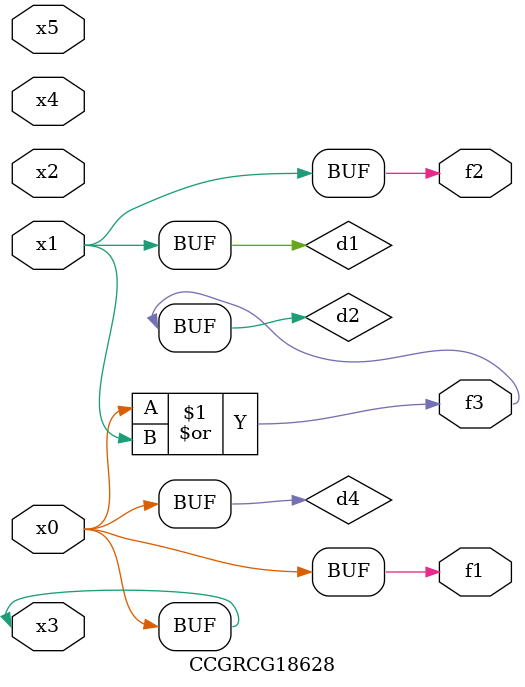
<source format=v>
module CCGRCG18628(
	input x0, x1, x2, x3, x4, x5,
	output f1, f2, f3
);

	wire d1, d2, d3, d4;

	and (d1, x1);
	or (d2, x0, x1);
	nand (d3, x0, x5);
	buf (d4, x0, x3);
	assign f1 = d4;
	assign f2 = d1;
	assign f3 = d2;
endmodule

</source>
